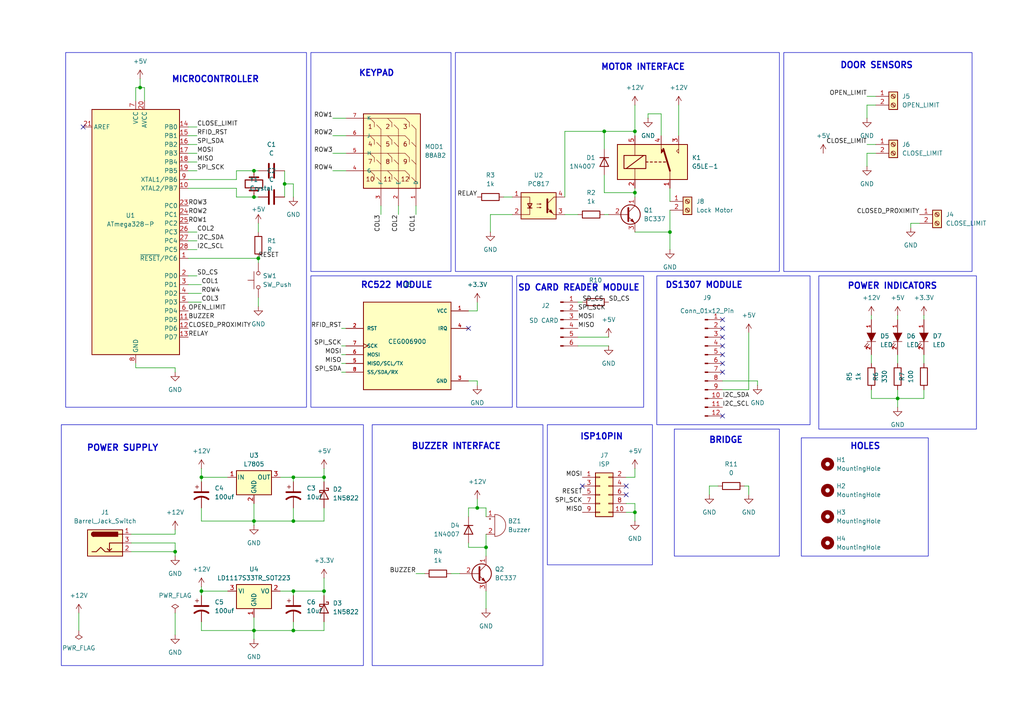
<source format=kicad_sch>
(kicad_sch (version 20231120) (generator "eeschema") (generator_version "8.0")
  (paper "A4")
  (title_block (title "Lock Board") (date "2024-10-06") (rev "v1.0") (company "Designed by Eng. Ahmed M. Abdelraheem"))
  (junction (at 175.26 38.1))
  (junction (at 140.97 158.75))
  (junction (at 73.66 182.88))
  (junction (at 138.43 147.32))
  (junction (at 58.42 138.43))
  (junction (at 74.93 74.93))
  (junction (at 73.66 151.13))
  (junction (at 73.66 57.15))
  (junction (at 260.35 115.57))
  (junction (at 50.8 160.02))
  (junction (at 184.15 55.88))
  (junction (at 184.15 38.1))
  (junction (at 184.15 148.59))
  (junction (at 93.98 171.45))
  (junction (at 85.09 182.88))
  (junction (at 85.09 138.43))
  (junction (at 85.09 171.45))
  (junction (at 73.66 49.53))
  (junction (at 40.64 25.4))
  (junction (at 93.98 138.43))
  (junction (at 194.31 67.31))
  (junction (at 82.55 53.34))
  (junction (at 58.42 171.45))
  (junction (at 85.09 151.13))
  (no_connect (at 209.55 105.41))
  (no_connect (at 209.55 100.33))
  (no_connect (at 168.91 140.97))
  (no_connect (at 181.61 140.97))
  (no_connect (at 209.55 102.87))
  (no_connect (at 24.13 36.83))
  (no_connect (at 209.55 107.95))
  (no_connect (at 181.61 143.51))
  (no_connect (at 209.55 120.65))
  (no_connect (at 209.55 92.71))
  (no_connect (at 209.55 95.25))
  (no_connect (at 209.55 97.79))
  (no_connect (at 135.89 95.25))
  (wire (pts (xy 85.09 182.88) (xy 93.98 182.88)))
  (wire (pts (xy 260.35 102.87) (xy 260.35 105.41)))
  (wire (pts (xy 73.66 49.53) (xy 74.93 49.53)))
  (wire (pts (xy 167.64 97.79) (xy 176.53 97.79)))
  (wire (pts (xy 191.77 33.02) (xy 187.96 33.02)))
  (wire (pts (xy 85.09 171.45) (xy 85.09 172.72)))
  (wire (pts (xy 217.17 96.52) (xy 217.17 113.03)))
  (wire (pts (xy 93.98 138.43) (xy 93.98 135.89)))
  (wire (pts (xy 85.09 182.88) (xy 73.66 182.88)))
  (wire (pts (xy 252.73 113.03) (xy 252.73 115.57)))
  (wire (pts (xy 135.89 90.17) (xy 138.43 90.17)))
  (wire (pts (xy 57.15 67.31) (xy 54.61 67.31)))
  (wire (pts (xy 184.15 67.31) (xy 194.31 67.31)))
  (wire (pts (xy 260.35 91.44) (xy 260.35 92.71)))
  (wire (pts (xy 163.83 62.23) (xy 167.64 62.23)))
  (wire (pts (xy 252.73 91.44) (xy 252.73 92.71)))
  (wire (pts (xy 58.42 151.13) (xy 58.42 147.32)))
  (wire (pts (xy 74.93 86.36) (xy 74.93 88.9)))
  (wire (pts (xy 138.43 90.17) (xy 138.43 87.63)))
  (wire (pts (xy 68.58 57.15) (xy 73.66 57.15)))
  (wire (pts (xy 251.46 44.45) (xy 251.46 48.26)))
  (wire (pts (xy 58.42 138.43) (xy 58.42 139.7)))
  (wire (pts (xy 57.15 80.01) (xy 54.61 80.01)))
  (wire (pts (xy 267.97 115.57) (xy 267.97 113.03)))
  (wire (pts (xy 81.28 171.45) (xy 85.09 171.45)))
  (wire (pts (xy 93.98 151.13) (xy 93.98 147.32)))
  (wire (pts (xy 68.58 54.61) (xy 68.58 57.15)))
  (wire (pts (xy 196.85 30.48) (xy 196.85 39.37)))
  (wire (pts (xy 191.77 33.02) (xy 191.77 39.37)))
  (wire (pts (xy 175.26 38.1) (xy 184.15 38.1)))
  (wire (pts (xy 50.8 157.48) (xy 50.8 160.02)))
  (wire (pts (xy 57.15 46.99) (xy 54.61 46.99)))
  (wire (pts (xy 96.52 39.37) (xy 100.33 39.37)))
  (wire (pts (xy 184.15 55.88) (xy 184.15 57.15)))
  (wire (pts (xy 266.7 64.77) (xy 264.16 64.77)))
  (wire (pts (xy 54.61 54.61) (xy 68.58 54.61)))
  (wire (pts (xy 57.15 69.85) (xy 54.61 69.85)))
  (wire (pts (xy 39.37 106.68) (xy 50.8 106.68)))
  (wire (pts (xy 58.42 138.43) (xy 66.04 138.43)))
  (wire (pts (xy 38.1 157.48) (xy 50.8 157.48)))
  (wire (pts (xy 215.9 140.97) (xy 217.17 140.97)))
  (wire (pts (xy 115.57 62.23) (xy 115.57 59.69)))
  (wire (pts (xy 135.89 147.32) (xy 138.43 147.32)))
  (wire (pts (xy 142.24 62.23) (xy 148.59 62.23)))
  (wire (pts (xy 73.66 151.13) (xy 85.09 151.13)))
  (wire (pts (xy 57.15 39.37) (xy 54.61 39.37)))
  (wire (pts (xy 251.46 27.94) (xy 254 27.94)))
  (wire (pts (xy 85.09 171.45) (xy 93.98 171.45)))
  (wire (pts (xy 85.09 151.13) (xy 93.98 151.13)))
  (wire (pts (xy 138.43 147.32) (xy 140.97 147.32)))
  (wire (pts (xy 93.98 180.34) (xy 93.98 182.88)))
  (wire (pts (xy 194.31 60.96) (xy 194.31 67.31)))
  (wire (pts (xy 100.33 102.87) (xy 99.06 102.87)))
  (wire (pts (xy 254 30.48) (xy 251.46 30.48)))
  (wire (pts (xy 57.15 41.91) (xy 54.61 41.91)))
  (wire (pts (xy 85.09 53.34) (xy 82.55 53.34)))
  (wire (pts (xy 264.16 64.77) (xy 264.16 66.04)))
  (wire (pts (xy 140.97 158.75) (xy 140.97 161.29)))
  (wire (pts (xy 120.65 62.23) (xy 120.65 59.69)))
  (wire (pts (xy 184.15 138.43) (xy 184.15 135.89)))
  (wire (pts (xy 58.42 151.13) (xy 73.66 151.13)))
  (wire (pts (xy 96.52 49.53) (xy 100.33 49.53)))
  (wire (pts (xy 54.61 82.55) (xy 58.42 82.55)))
  (wire (pts (xy 93.98 138.43) (xy 93.98 139.7)))
  (wire (pts (xy 96.52 34.29) (xy 100.33 34.29)))
  (wire (pts (xy 187.96 33.02) (xy 187.96 34.29)))
  (wire (pts (xy 110.49 62.23) (xy 110.49 59.69)))
  (wire (pts (xy 100.33 100.33) (xy 99.06 100.33)))
  (wire (pts (xy 175.26 43.18) (xy 175.26 38.1)))
  (wire (pts (xy 73.66 182.88) (xy 73.66 185.42)))
  (wire (pts (xy 38.1 154.94) (xy 50.8 154.94)))
  (wire (pts (xy 175.26 50.8) (xy 175.26 55.88)))
  (wire (pts (xy 54.61 52.07) (xy 68.58 52.07)))
  (wire (pts (xy 252.73 115.57) (xy 260.35 115.57)))
  (wire (pts (xy 74.93 74.93) (xy 74.93 76.2)))
  (wire (pts (xy 251.46 41.91) (xy 254 41.91)))
  (wire (pts (xy 50.8 177.8) (xy 50.8 184.15)))
  (wire (pts (xy 22.86 177.8) (xy 22.86 182.88)))
  (wire (pts (xy 54.61 85.09) (xy 58.42 85.09)))
  (wire (pts (xy 254 44.45) (xy 251.46 44.45)))
  (wire (pts (xy 50.8 154.94) (xy 50.8 153.67)))
  (wire (pts (xy 181.61 146.05) (xy 184.15 146.05)))
  (wire (pts (xy 40.64 22.86) (xy 40.64 25.4)))
  (wire (pts (xy 100.33 107.95) (xy 99.06 107.95)))
  (wire (pts (xy 85.09 138.43) (xy 85.09 139.7)))
  (wire (pts (xy 267.97 91.44) (xy 267.97 92.71)))
  (wire (pts (xy 184.15 30.48) (xy 184.15 38.1)))
  (wire (pts (xy 260.35 115.57) (xy 267.97 115.57)))
  (wire (pts (xy 135.89 157.48) (xy 135.89 158.75)))
  (wire (pts (xy 163.83 57.15) (xy 163.83 38.1)))
  (wire (pts (xy 85.09 180.34) (xy 85.09 182.88)))
  (wire (pts (xy 120.65 166.37) (xy 123.19 166.37)))
  (wire (pts (xy 58.42 180.34) (xy 58.42 182.88)))
  (wire (pts (xy 181.61 138.43) (xy 184.15 138.43)))
  (wire (pts (xy 38.1 160.02) (xy 50.8 160.02)))
  (wire (pts (xy 73.66 182.88) (xy 73.66 179.07)))
  (wire (pts (xy 73.66 152.4) (xy 73.66 151.13)))
  (wire (pts (xy 184.15 54.61) (xy 184.15 55.88)))
  (wire (pts (xy 66.04 171.45) (xy 58.42 171.45)))
  (wire (pts (xy 184.15 148.59) (xy 181.61 148.59)))
  (wire (pts (xy 167.64 100.33) (xy 176.53 100.33)))
  (wire (pts (xy 39.37 25.4) (xy 40.64 25.4)))
  (wire (pts (xy 140.97 171.45) (xy 140.97 176.53)))
  (wire (pts (xy 251.46 30.48) (xy 251.46 34.29)))
  (wire (pts (xy 58.42 170.18) (xy 58.42 171.45)))
  (wire (pts (xy 54.61 87.63) (xy 58.42 87.63)))
  (wire (pts (xy 68.58 52.07) (xy 68.58 49.53)))
  (wire (pts (xy 100.33 95.25) (xy 99.06 95.25)))
  (wire (pts (xy 57.15 44.45) (xy 54.61 44.45)))
  (wire (pts (xy 58.42 138.43) (xy 58.42 135.89)))
  (wire (pts (xy 217.17 140.97) (xy 217.17 143.51)))
  (wire (pts (xy 219.71 110.49) (xy 219.71 111.76)))
  (wire (pts (xy 82.55 49.53) (xy 82.55 53.34)))
  (wire (pts (xy 50.8 106.68) (xy 50.8 107.95)))
  (wire (pts (xy 74.93 64.77) (xy 74.93 67.31)))
  (wire (pts (xy 260.35 115.57) (xy 260.35 118.11)))
  (wire (pts (xy 260.35 113.03) (xy 260.35 115.57)))
  (wire (pts (xy 93.98 167.64) (xy 93.98 171.45)))
  (wire (pts (xy 175.26 55.88) (xy 184.15 55.88)))
  (wire (pts (xy 135.89 149.86) (xy 135.89 147.32)))
  (wire (pts (xy 135.89 110.49) (xy 138.43 110.49)))
  (wire (pts (xy 267.97 102.87) (xy 267.97 105.41)))
  (wire (pts (xy 138.43 144.78) (xy 138.43 147.32)))
  (wire (pts (xy 85.09 138.43) (xy 93.98 138.43)))
  (wire (pts (xy 39.37 29.21) (xy 39.37 25.4)))
  (wire (pts (xy 68.58 49.53) (xy 73.66 49.53)))
  (wire (pts (xy 58.42 171.45) (xy 58.42 172.72)))
  (wire (pts (xy 73.66 57.15) (xy 74.93 57.15)))
  (wire (pts (xy 184.15 148.59) (xy 184.15 151.13)))
  (wire (pts (xy 57.15 72.39) (xy 54.61 72.39)))
  (wire (pts (xy 85.09 57.15) (xy 85.09 53.34)))
  (wire (pts (xy 205.74 143.51) (xy 205.74 140.97)))
  (wire (pts (xy 205.74 140.97) (xy 208.28 140.97)))
  (wire (pts (xy 163.83 38.1) (xy 175.26 38.1)))
  (wire (pts (xy 130.81 166.37) (xy 133.35 166.37)))
  (wire (pts (xy 252.73 102.87) (xy 252.73 105.41)))
  (wire (pts (xy 85.09 151.13) (xy 85.09 147.32)))
  (wire (pts (xy 100.33 105.41) (xy 99.06 105.41)))
  (wire (pts (xy 175.26 62.23) (xy 176.53 62.23)))
  (wire (pts (xy 209.55 110.49) (xy 219.71 110.49)))
  (wire (pts (xy 140.97 147.32) (xy 140.97 149.86)))
  (wire (pts (xy 50.8 160.02) (xy 50.8 161.29)))
  (wire (pts (xy 58.42 182.88) (xy 73.66 182.88)))
  (wire (pts (xy 57.15 36.83) (xy 54.61 36.83)))
  (wire (pts (xy 39.37 105.41) (xy 39.37 106.68)))
  (wire (pts (xy 40.64 25.4) (xy 41.91 25.4)))
  (wire (pts (xy 93.98 172.72) (xy 93.98 171.45)))
  (wire (pts (xy 96.52 44.45) (xy 100.33 44.45)))
  (wire (pts (xy 73.66 146.05) (xy 73.66 151.13)))
  (wire (pts (xy 142.24 67.31) (xy 142.24 62.23)))
  (wire (pts (xy 146.05 57.15) (xy 148.59 57.15)))
  (wire (pts (xy 184.15 146.05) (xy 184.15 148.59)))
  (wire (pts (xy 184.15 38.1) (xy 184.15 39.37)))
  (wire (pts (xy 54.61 74.93) (xy 74.93 74.93)))
  (wire (pts (xy 81.28 138.43) (xy 85.09 138.43)))
  (wire (pts (xy 138.43 110.49) (xy 138.43 111.76)))
  (wire (pts (xy 209.55 113.03) (xy 217.17 113.03)))
  (wire (pts (xy 140.97 154.94) (xy 140.97 158.75)))
  (wire (pts (xy 194.31 67.31) (xy 194.31 72.39)))
  (wire (pts (xy 194.31 54.61) (xy 194.31 58.42)))
  (wire (pts (xy 82.55 53.34) (xy 82.55 57.15)))
  (wire (pts (xy 41.91 29.21) (xy 41.91 25.4)))
  (wire (pts (xy 57.15 49.53) (xy 54.61 49.53)))
  (wire (pts (xy 168.91 87.63) (xy 167.64 87.63)))
  (wire (pts (xy 135.89 158.75) (xy 140.97 158.75)))
  (rectangle (start 19.05 15.24) (end 88.9 118.11))
  (rectangle (start 17.78 123.19) (end 105.41 193.04))
  (rectangle (start 232.41 127) (end 269.24 161.29))
  (rectangle (start 107.95 123.19) (end 157.48 193.04))
  (rectangle (start 132.08 15.24) (end 226.06 78.74))
  (rectangle (start 237.49 80.01) (end 283.21 124.46))
  (rectangle (start 158.75 123.19) (end 189.23 163.83))
  (rectangle (start 190.5 80.01) (end 234.95 123.19))
  (rectangle (start 227.33 15.24) (end 281.94 78.74))
  (rectangle (start 90.17 80.01) (end 148.59 118.11))
  (rectangle (start 149.86 80.01) (end 186.69 118.11))
  (rectangle (start 90.17 15.24) (end 130.81 78.74))
  (rectangle (start 195.58 124.46) (end 226.06 161.29))
  (text "MOTOR INTERFACE \n" (at 187.198 19.558 0) (effects (font (size 1.778 1.778) (thickness 0.3556) (bold yes))))
  (text "HOLES\n" (at 250.952 129.54 0) (effects (font (size 1.778 1.778) (thickness 0.3556) (bold yes))))
  (text "BRIDGE" (at 210.566 127.762 0) (effects (font (size 1.778 1.778) (thickness 0.3556) (bold yes))))
  (text "POWER SUPPLY\n" (at 35.56 130.048 0) (effects (font (size 1.778 1.778) (thickness 0.3556) (bold yes))))
  (text "POWER INDICATORS" (at 258.826 83.058 0) (effects (font (size 1.778 1.778) (thickness 0.3556) (bold yes))))
  (text "ISP10PIN\n" (at 174.498 126.746 0) (effects (font (size 1.778 1.778) (thickness 0.3556) (bold yes))))
  (text "BUZZER INTERFACE\n" (at 132.334 129.54 0) (effects (font (size 1.778 1.778) (thickness 0.3556) (bold yes))))
  (text "DOOR SENSORS\n" (at 254.254 19.05 0) (effects (font (size 1.778 1.778) (thickness 0.3556) (bold yes))))
  (text "SD CARD READER MODULE" (at 167.894 83.566 0) (effects (font (size 1.778 1.778) (thickness 0.3556) (bold yes))))
  (text "RC522 MODULE" (at 115.062 82.804 0) (effects (font (size 1.778 1.778) (thickness 0.3556) (bold yes))))
  (text "DS1307 MODULE" (at 204.216 82.804 0) (effects (font (size 1.778 1.778) (thickness 0.3556) (bold yes))))
  (text "MICROCONTROLLER\n" (at 62.484 23.114 0) (effects (font (size 1.778 1.778) (thickness 0.3556) (bold yes))))
  (text "KEYPAD\n" (at 109.22 21.336 0) (effects (font (size 1.778 1.778) (thickness 0.3556) (bold yes))))
  (label "COL3" (at 110.49 62.23 270))
  (label "OPEN_LIMIT" (at 54.61 90.17 0))
  (label "I2C_SDA" (at 209.55 115.57 0))
  (label "SPI_SCK" (at 57.15 49.53 0))
  (label "COL1" (at 120.65 62.23 270))
  (label "COL3" (at 58.42 87.63 0))
  (label "BUZZER" (at 120.65 166.37 180))
  (label "SPI_SCK" (at 168.91 146.05 180))
  (label "RFID_RST" (at 99.06 95.25 180))
  (label "MISO" (at 57.15 46.99 0))
  (label "BUZZER" (at 54.61 92.71 0))
  (label "MOSI" (at 168.91 138.43 180))
  (label "I2C_SCL" (at 57.15 72.39 0))
  (label "SPI_SCK" (at 99.06 100.33 180))
  (label "COL2" (at 115.57 62.23 270))
  (label "MOSI" (at 57.15 44.45 0))
  (label "CLOSED_PROXIMITY" (at 266.7 62.23 180))
  (label "SPI_SDA" (at 57.15 41.91 0))
  (label "COL2" (at 57.15 67.31 0))
  (label "I2C_SDA" (at 57.15 69.85 0))
  (label "COL1" (at 58.42 82.55 0))
  (label "RELAY" (at 138.43 57.15 180))
  (label "ROW2" (at 54.61 62.23 0))
  (label "MISO" (at 168.91 148.59 180))
  (label "CLOSE_LIMIT" (at 57.15 36.83 0) (effects (font (thickness 0.1588))))
  (label "SD_CS" (at 168.91 87.63 0))
  (label "ROW4" (at 58.42 85.09 0))
  (label "MOSI" (at 99.06 102.87 180))
  (label "MOSI" (at 167.64 92.71 0))
  (label "RFID_RST" (at 57.15 39.37 0))
  (label "SPI_SCK" (at 167.64 90.17 0))
  (label "ROW3" (at 96.52 44.45 180))
  (label "RESET" (at 74.93 74.93 0))
  (label "ROW4" (at 96.52 49.53 180))
  (label "MISO" (at 99.06 105.41 180))
  (label "I2C_SCL" (at 209.55 118.11 0))
  (label "CLOSE_LIMIT" (at 251.46 41.91 180) (effects (font (thickness 0.1588))))
  (label "SPI_SDA" (at 99.06 107.95 180))
  (label "ROW2" (at 96.52 39.37 180))
  (label "ROW1" (at 96.52 34.29 180))
  (label "CLOSED_PROXIMITY" (at 54.61 95.25 0))
  (label "RELAY" (at 54.61 97.79 0))
  (label "ROW1" (at 54.61 64.77 0))
  (label "SD_CS" (at 176.53 87.63 0))
  (label "ROW3" (at 54.61 59.69 0))
  (label "MISO" (at 167.64 95.25 0))
  (label "RESET" (at 168.91 143.51 180))
  (label "OPEN_LIMIT" (at 251.46 27.94 180))
  (label "SD_CS" (at 57.15 80.01 0))
  (symbol (lib_id "power:GND") (at 219.71 111.76 0) (unit 1)
    (property "Reference" "#PWR021" (effects (hide yes)))
    (property "Value" "GND" (at 219.71 116.84 0))
    (property "Description" "Power symbol creates a global label with name \"GND\" , ground" (effects (hide yes)))
  )
  (symbol (lib_id "Diode:1N4007") (at 135.89 153.67 90) (mirror x) (unit 1)
    (property "Reference" "D4" (at 133.35 152.3999 90) (effects (justify left)))
    (property "Value" "1N4007" (at 133.35 154.9399 90) (effects (justify left)))
    (property "Footprint" "Diode_THT:D_DO-41_SOD81_P10.16mm_Horizontal" (effects (hide yes)))
    (property "Datasheet" "http://www.vishay.com/docs/88503/1n4001.pdf" (effects (hide yes)))
    (property "Description" "1000V 1A General Purpose Rectifier Diode, DO-41" (effects (hide yes)))
    (property "Sim.Device" "D" (effects (hide yes)))
    (property "Sim.Pins" "1=K 2=A" (effects (hide yes)))
  )
  (symbol (lib_id "Diode:1N5822") (at 93.98 143.51 270) (unit 1)
    (property "Reference" "D2" (at 96.52 141.9224 90) (effects (justify left)))
    (property "Value" "1N5822" (at 96.52 144.4624 90) (effects (justify left)))
    (property "Footprint" "Diode_THT:D_DO-201AD_P15.24mm_Horizontal" (effects (hide yes)))
    (property "Datasheet" "http://www.vishay.com/docs/88526/1n5820.pdf" (effects (hide yes)))
    (property "Description" "40V 3A Schottky Barrier Rectifier Diode, DO-201AD" (effects (hide yes)))
  )
  (symbol (lib_id "Device:R") (at 142.24 57.15 90) (unit 1)
    (property "Reference" "R3" (at 142.24 50.8 90))
    (property "Value" "1k" (at 142.24 53.34 90))
    (property "Footprint" "Resistor_THT:R_Axial_DIN0207_L6.3mm_D2.5mm_P7.62mm_Horizontal" (effects (hide yes)))
    (property "Description" "Resistor" (effects (hide yes)))
  )
  (symbol (lib_id "Connector:Screw_Terminal_01x02") (at 259.08 41.91 0) (unit 1)
    (property "Reference" "J6" (at 261.62 41.9099 0) (effects (justify left)))
    (property "Value" "CLOSE_LIMIT" (at 261.62 44.4499 0) (effects (justify left)))
    (property "Footprint" "TerminalBlock_Phoenix:TerminalBlock_Phoenix_MKDS-1,5-2_1x02_P5.00mm_Horizontal" (effects (hide yes)))
    (property "Description" "Generic screw terminal, single row, 01x02, script generated (kicad-library-utils/schlib/autogen/connector/)" (effects (hide yes)))
  )
  (symbol (lib_id "power:+3.3V") (at 267.97 91.44 0) (unit 1)
    (property "Reference" "#PWR039" (effects (hide yes)))
    (property "Value" "+3.3V" (at 267.97 86.36 0))
    (property "Description" "Power symbol creates a global label with name \"+3.3V\"" (effects (hide yes)))
  )
  (symbol (lib_id "power:+5V") (at 40.64 22.86 0) (unit 1)
    (property "Reference" "#PWR05" (effects (hide yes)))
    (property "Value" "+5V" (at 40.64 17.78 0))
    (property "Description" "Power symbol creates a global label with name \"+5V\"" (effects (hide yes)))
  )
  (symbol (lib_id "Device:C") (at 78.74 57.15 90) (unit 1)
    (property "Reference" "C2" (at 78.74 49.53 90))
    (property "Value" "C" (at 78.74 52.07 90))
    (property "Footprint" "Capacitor_THT:C_Disc_D4.3mm_W1.9mm_P5.00mm" (effects (hide yes)))
    (property "Description" "Unpolarized capacitor" (effects (hide yes)))
  )
  (symbol (lib_id "power:+3.3V") (at 93.98 167.64 0) (unit 1)
    (property "Reference" "#PWR017" (effects (hide yes)))
    (property "Value" "+3.3V" (at 93.98 162.56 0))
    (property "Description" "Power symbol creates a global label with name \"+3.3V\"" (effects (hide yes)))
  )
  (symbol (lib_id "Diode:1N5822") (at 93.98 176.53 270) (unit 1)
    (property "Reference" "D3" (at 96.52 174.9424 90) (effects (justify left)))
    (property "Value" "1N5822" (at 96.52 177.4824 90) (effects (justify left)))
    (property "Footprint" "Diode_THT:D_DO-201AD_P15.24mm_Horizontal" (effects (hide yes)))
    (property "Datasheet" "http://www.vishay.com/docs/88526/1n5820.pdf" (effects (hide yes)))
    (property "Description" "40V 3A Schottky Barrier Rectifier Diode, DO-201AD" (effects (hide yes)))
  )
  (symbol (lib_id "Device:C_Polarized_US") (at 85.09 176.53 0) (unit 1)
    (property "Reference" "C6" (at 88.9 174.6249 0) (effects (justify left)))
    (property "Value" "10uf" (at 88.9 177.1649 0) (effects (justify left)))
    (property "Footprint" "Capacitor_THT:CP_Radial_D5.0mm_P2.50mm" (effects (hide yes)))
    (property "Description" "Polarized capacitor, US symbol" (effects (hide yes)))
  )
  (symbol (lib_id "power:+12V") (at 50.8 153.67 0) (unit 1)
    (property "Reference" "#PWR08" (effects (hide yes)))
    (property "Value" "+12V" (at 50.8 148.59 0))
    (property "Description" "Power symbol creates a global label with name \"+12V\"" (effects (hide yes)))
  )
  (symbol (lib_id "Connector:Conn_01x06_Pin") (at 162.56 92.71 0) (unit 1)
    (property "Reference" "J2" (at 158.242 88.646 0))
    (property "Value" "SD CARD" (at 157.734 92.964 0))
    (property "Footprint" "Charleslabs_Parts:SD_Card_Module" (effects (hide yes)))
    (property "Description" "Generic connector, single row, 01x06, script generated" (effects (hide yes)))
  )
  (symbol (lib_id "Device:R") (at 172.72 87.63 90) (unit 1)
    (property "Reference" "R10" (at 172.72 81.28 90))
    (property "Value" "0" (at 172.72 83.82 90))
    (property "Footprint" "Resistor_THT:R_Axial_DIN0207_L6.3mm_D2.5mm_P7.62mm_Horizontal" (effects (hide yes)))
    (property "Description" "Resistor" (effects (hide yes)))
  )
  (symbol (lib_id "Connector:Conn_01x12_Pin") (at 204.47 105.41 0) (unit 1)
    (property "Reference" "J9" (at 205.105 86.36 0))
    (property "Value" "Conn_01x12_Pin" (at 205.105 90.17 0))
    (property "Footprint" "CrumpPrints.pretty-master:Tiny_RTC_DS1307" (effects (hide yes)))
    (property "Description" "Generic connector, single row, 01x12, script generated" (effects (hide yes)))
  )
  (symbol (lib_id "power:+5V") (at 184.15 135.89 0) (unit 1)
    (property "Reference" "#PWR035" (effects (hide yes)))
    (property "Value" "+5V" (at 184.15 130.81 0))
    (property "Description" "Power symbol creates a global label with name \"+5V\"" (effects (hide yes)))
  )
  (symbol (lib_id "Relay:G5LE-1") (at 189.23 46.99 0) (unit 1)
    (property "Reference" "K1" (at 200.66 45.7199 0) (effects (justify left)))
    (property "Value" "G5LE-1" (at 200.66 48.2599 0) (effects (justify left)))
    (property "Footprint" "Relay_THT:Relay_SPDT_Omron-G5LE-1" (effects (hide yes)))
    (property "Datasheet" "http://www.omron.com/ecb/products/pdf/en-g5le.pdf" (effects (hide yes)))
    (property "Description" "Omron G5LE relay, Miniature Single Pole, SPDT, 10A" (effects (hide yes)))
  )
  (symbol (lib_id "power:GND") (at 184.15 151.13 0) (unit 1)
    (property "Reference" "#PWR034" (effects (hide yes)))
    (property "Value" "GND" (at 184.15 156.21 0))
    (property "Description" "Power symbol creates a global label with name \"GND\" , ground" (effects (hide yes)))
  )
  (symbol (lib_id "Mechanical:MountingHole") (at 240.03 142.24 0) (unit 1) (exclude_from_sim yes) (in_bom no)
    (property "Reference" "H2" (at 242.57 140.9699 0) (effects (justify left)))
    (property "Value" "MountingHole" (at 242.57 143.5099 0) (effects (justify left)))
    (property "Footprint" "MountingHole:MountingHole_4.3mm_M4_ISO14580" (effects (hide yes)))
    (property "Description" "Mounting Hole without connection" (effects (hide yes)))
  )
  (symbol (lib_id "power:GND") (at 140.97 176.53 0) (unit 1)
    (property "Reference" "#PWR026" (effects (hide yes)))
    (property "Value" "GND" (at 140.97 181.61 0))
    (property "Description" "Power symbol creates a global label with name \"GND\" , ground" (effects (hide yes)))
  )
  (symbol (lib_id "power:+12V") (at 184.15 30.48 0) (unit 1)
    (property "Reference" "#PWR06" (effects (hide yes)))
    (property "Value" "+12V" (at 184.15 25.4 0))
    (property "Description" "Power symbol creates a global label with name \"+12V\"" (effects (hide yes)))
  )
  (symbol (lib_id "power:GND") (at 138.43 111.76 0) (unit 1)
    (property "Reference" "#PWR020" (effects (hide yes)))
    (property "Value" "GND" (at 138.43 116.84 0))
    (property "Description" "Power symbol creates a global label with name \"GND\" , ground" (effects (hide yes)))
  )
  (symbol (lib_id "Connector:Screw_Terminal_01x02") (at 199.39 58.42 0) (unit 1)
    (property "Reference" "J8" (at 201.93 58.4199 0) (effects (justify left)))
    (property "Value" "Lock Motor" (at 201.93 60.9599 0) (effects (justify left)))
    (property "Footprint" "TerminalBlock_Phoenix:TerminalBlock_Phoenix_MKDS-1,5-2_1x02_P5.00mm_Horizontal" (effects (hide yes)))
    (property "Description" "Generic screw terminal, single row, 01x02, script generated (kicad-library-utils/schlib/autogen/connector/)" (effects (hide yes)))
  )
  (symbol (lib_id "power:GND") (at 50.8 161.29 0) (unit 1)
    (property "Reference" "#PWR012" (effects (hide yes)))
    (property "Value" "GND" (at 50.8 166.37 0))
    (property "Description" "Power symbol creates a global label with name \"GND\" , ground" (effects (hide yes)))
  )
  (symbol (lib_id "power:PWR_FLAG") (at 50.8 177.8 0) (unit 1)
    (property "Reference" "#FLG04" (effects (hide yes)))
    (property "Value" "PWR_FLAG" (at 50.8 172.72 0))
    (property "Description" "Special symbol for telling ERC where power comes from" (effects (hide yes)))
  )
  (symbol (lib_id "power:+12V") (at 252.73 91.44 0) (unit 1)
    (property "Reference" "#PWR038" (effects (hide yes)))
    (property "Value" "+12V" (at 252.73 86.36 0))
    (property "Description" "Power symbol creates a global label with name \"+12V\"" (effects (hide yes)))
  )
  (symbol (lib_id "power:GND") (at 73.66 152.4 0) (unit 1)
    (property "Reference" "#PWR015" (effects (hide yes)))
    (property "Value" "GND" (at 73.66 157.48 0))
    (property "Description" "Power symbol creates a global label with name \"GND\" , ground" (effects (hide yes)))
  )
  (symbol (lib_id "tinkerforge:Conn_02x05") (at 173.99 143.51 0) (unit 1)
    (property "Reference" "J7" (at 175.26 132.08 0))
    (property "Value" "ISP" (at 175.26 134.62 0))
    (property "Footprint" "Connector_IDC:IDC-Header_2x05_P2.54mm_Vertical" (effects (hide yes)))
    (property "Description" "Generic connector, double row, 02x05, odd/even pin numbering scheme (row 1 odd numbers, row 2 even numbers)" (effects (hide yes)))
  )
  (symbol (lib_id "power:+12V") (at 138.43 144.78 0) (unit 1)
    (property "Reference" "#PWR025" (effects (hide yes)))
    (property "Value" "+12V" (at 138.43 139.7 0))
    (property "Description" "Power symbol creates a global label with name \"+12V\"" (effects (hide yes)))
  )
  (symbol (lib_id "tinkerforge:LED") (at 252.73 97.79 270) (unit 1)
    (property "Reference" "D5" (at 255.27 97.4724 90) (effects (justify left)))
    (property "Value" "LED" (at 255.27 100.0124 90) (effects (justify left)))
    (property "Footprint" "LED_THT:LED_D3.0mm" (effects (hide yes)))
  )
  (symbol (lib_id "power:GND") (at 50.8 107.95 0) (unit 1)
    (property "Reference" "#PWR04" (effects (hide yes)))
    (property "Value" "GND" (at 50.8 113.03 0))
    (property "Description" "Power symbol creates a global label with name \"GND\" , ground" (effects (hide yes)))
  )
  (symbol (lib_id "power:GND") (at 176.53 100.33 0) (unit 1)
    (property "Reference" "#PWR024" (effects (hide yes)))
    (property "Value" "GND" (at 176.53 105.41 0))
    (property "Description" "Power symbol creates a global label with name \"GND\" , ground" (effects (hide yes)))
  )
  (symbol (lib_id "Keypad3*4:88AB2") (at 113.03 44.45 0) (unit 1)
    (property "Reference" "MOD1" (at 123.19 42.5449 0) (effects (justify left)))
    (property "Value" "88AB2" (at 123.19 45.0849 0) (effects (justify left)))
    (property "Footprint" "Connector_JST:JST_XH_S7B-XH-A-1_1x07_P2.50mm_Horizontal" (effects (hide yes)))
    (property "MF" "Grayhill" (effects (hide yes)))
    (property "Description_1" "\n                        \n                            Keypad, 3 x 4 in., Blank | Grayhill 88AB2\n                        \n" (effects (hide yes)))
    (property "Package" "None" (effects (hide yes)))
    (property "Price" "None" (effects (hide yes)))
    (property "SnapEDA_Link" "https://www.snapeda.com/parts/88AB2/Grayhill/view-part/?ref=snap" (effects (hide yes)))
    (property "MP" "88AB2" (effects (hide yes)))
    (property "Availability" "In Stock" (effects (hide yes)))
    (property "Check_prices" "https://www.snapeda.com/parts/88AB2/Grayhill/view-part/?ref=eda" (effects (hide yes)))
  )
  (symbol (lib_id "tinkerforge:LED") (at 267.97 97.79 270) (unit 1)
    (property "Reference" "D7" (at 270.51 97.4724 90) (effects (justify left)))
    (property "Value" "LED" (at 270.51 100.0124 90) (effects (justify left)))
    (property "Footprint" "LED_THT:LED_D3.0mm" (effects (hide yes)))
  )
  (symbol (lib_id "Regulator_Linear:L7805") (at 73.66 138.43 0) (unit 1)
    (property "Reference" "U3" (at 73.66 132.08 0))
    (property "Value" "L7805" (at 73.66 134.62 0))
    (property "Footprint" "Package_TO_SOT_THT:TO-220-3_Vertical" (effects (hide yes)))
    (property "Datasheet" "http://www.st.com/content/ccc/resource/technical/document/datasheet/41/4f/b3/b0/12/d4/47/88/CD00000444.pdf/files/CD00000444.pdf/jcr:content/translations/en.CD00000444.pdf" (effects (hide yes)))
    (property "Description" "Positive 1.5A 35V Linear Regulator, Fixed Output 5V, TO-220/TO-263/TO-252" (effects (hide yes)))
  )
  (symbol (lib_id "Isolator:PC817") (at 156.21 59.69 0) (unit 1)
    (property "Reference" "U2" (at 156.21 50.8 0))
    (property "Value" "PC817" (at 156.21 53.34 0))
    (property "Footprint" "Package_DIP:DIP-4_W7.62mm" (effects (hide yes)))
    (property "Datasheet" "http://www.soselectronic.cz/a_info/resource/d/pc817.pdf" (effects (hide yes)))
    (property "Description" "DC Optocoupler, Vce 35V, CTR 50-300%, DIP-4" (effects (hide yes)))
  )
  (symbol (lib_id "power:GND") (at 194.31 72.39 0) (unit 1)
    (property "Reference" "#PWR09" (effects (hide yes)))
    (property "Value" "GND" (at 194.31 77.47 0))
    (property "Description" "Power symbol creates a global label with name \"GND\" , ground" (effects (hide yes)))
  )
  (symbol (lib_id "Device:R") (at 260.35 109.22 180) (unit 1)
    (property "Reference" "R6" (at 254 109.22 90))
    (property "Value" "330" (at 256.54 109.22 90))
    (property "Footprint" "Resistor_THT:R_Axial_DIN0207_L6.3mm_D2.5mm_P7.62mm_Horizontal" (effects (hide yes)))
    (property "Description" "Resistor" (effects (hide yes)))
  )
  (symbol (lib_id "power:GND") (at 50.8 184.15 0) (unit 1)
    (property "Reference" "#PWR028" (effects (hide yes)))
    (property "Value" "GND" (at 50.8 189.23 0))
    (property "Description" "Power symbol creates a global label with name \"GND\" , ground" (effects (hide yes)))
  )
  (symbol (lib_id "Device:C_Polarized_US") (at 85.09 143.51 0) (unit 1)
    (property "Reference" "C3" (at 88.9 141.6049 0) (effects (justify left)))
    (property "Value" "10uf" (at 88.9 144.1449 0) (effects (justify left)))
    (property "Footprint" "Capacitor_THT:CP_Radial_D5.0mm_P2.50mm" (effects (hide yes)))
    (property "Description" "Polarized capacitor, US symbol" (effects (hide yes)))
  )
  (symbol (lib_id "tinkerforge:LED") (at 260.35 97.79 270) (unit 1)
    (property "Reference" "D6" (at 262.89 97.4724 90) (effects (justify left)))
    (property "Value" "LED" (at 262.89 100.0124 90) (effects (justify left)))
    (property "Footprint" "LED_THT:LED_D3.0mm" (effects (hide yes)))
  )
  (symbol (lib_id "Switch:SW_Push") (at 74.93 81.28 90) (unit 1)
    (property "Reference" "SW1" (at 76.2 80.0099 90) (effects (justify right)))
    (property "Value" "SW_Push" (at 76.2 82.5499 90) (effects (justify right)))
    (property "Footprint" "Button_Switch_THT:SW_PUSH_6mm" (effects (hide yes)))
    (property "Description" "Push button switch, generic, two pins" (effects (hide yes)))
  )
  (symbol (lib_id "Device:C") (at 78.74 49.53 90) (unit 1)
    (property "Reference" "C1" (at 78.74 41.91 90))
    (property "Value" "C" (at 78.74 44.45 90))
    (property "Footprint" "Capacitor_THT:C_Disc_D4.3mm_W1.9mm_P5.00mm" (effects (hide yes)))
    (property "Description" "Unpolarized capacitor" (effects (hide yes)))
  )
  (symbol (lib_id "Connector:Screw_Terminal_01x02") (at 259.08 27.94 0) (unit 1)
    (property "Reference" "J5" (at 261.62 27.9399 0) (effects (justify left)))
    (property "Value" "OPEN_LIMIT" (at 261.62 30.4799 0) (effects (justify left)))
    (property "Footprint" "TerminalBlock_Phoenix:TerminalBlock_Phoenix_MKDS-1,5-2_1x02_P5.00mm_Horizontal" (effects (hide yes)))
    (property "Description" "Generic screw terminal, single row, 01x02, script generated (kicad-library-utils/schlib/autogen/connector/)" (effects (hide yes)))
  )
  (symbol (lib_id "Transistor_BJT:BC337") (at 181.61 62.23 0) (unit 1)
    (property "Reference" "Q1" (at 186.69 60.9599 0) (effects (justify left)))
    (property "Value" "BC337" (at 186.69 63.4999 0) (effects (justify left)))
    (property "Footprint" "Package_TO_SOT_THT:TO-92_Inline" (effects (hide yes)))
    (property "Datasheet" "https://diotec.com/tl_files/diotec/files/pdf/datasheets/bc337.pdf" (effects (hide yes)))
    (property "Description" "0.8A Ic, 45V Vce, NPN Transistor, TO-92" (effects (hide yes)))
  )
  (symbol (lib_id "Mechanical:MountingHole") (at 240.03 157.48 0) (unit 1) (exclude_from_sim yes) (in_bom no)
    (property "Reference" "H4" (at 242.57 156.2099 0) (effects (justify left)))
    (property "Value" "MountingHole" (at 242.57 158.7499 0) (effects (justify left)))
    (property "Footprint" "MountingHole:MountingHole_4.3mm_M4_ISO14580" (effects (hide yes)))
    (property "Description" "Mounting Hole without connection" (effects (hide yes)))
  )
  (symbol (lib_id "power:GND") (at 264.16 66.04 0) (unit 1)
    (property "Reference" "#PWR031" (effects (hide yes)))
    (property "Value" "GND" (at 264.16 71.12 0))
    (property "Description" "Power symbol creates a global label with name \"GND\" , ground" (effects (hide yes)))
  )
  (symbol (lib_id "Mechanical:MountingHole") (at 240.03 149.86 0) (unit 1) (exclude_from_sim yes) (in_bom no)
    (property "Reference" "H3" (at 242.57 148.5899 0) (effects (justify left)))
    (property "Value" "MountingHole" (at 242.57 151.1299 0) (effects (justify left)))
    (property "Footprint" "MountingHole:MountingHole_4.3mm_M4_ISO14580" (effects (hide yes)))
    (property "Description" "Mounting Hole without connection" (effects (hide yes)))
  )
  (symbol (lib_id "power:+5V") (at 74.93 64.77 0) (unit 1)
    (property "Reference" "#PWR02" (effects (hide yes)))
    (property "Value" "+5V" (at 74.93 60.706 0))
    (property "Description" "Power symbol creates a global label with name \"+5V\"" (effects (hide yes)))
  )
  (symbol (lib_id "power:+3.3V") (at 138.43 87.63 0) (unit 1)
    (property "Reference" "#PWR018" (effects (hide yes)))
    (property "Value" "+3.3V" (at 138.43 82.55 0))
    (property "Description" "Power symbol creates a global label with name \"+3.3V\"" (effects (hide yes)))
  )
  (symbol (lib_id "power:GND") (at 73.66 185.42 0) (unit 1)
    (property "Reference" "#PWR019" (effects (hide yes)))
    (property "Value" "GND" (at 73.66 190.5 0))
    (property "Description" "Power symbol creates a global label with name \"GND\" , ground" (effects (hide yes)))
  )
  (symbol (lib_id "power:+12V") (at 58.42 170.18 0) (unit 1)
    (property "Reference" "#PWR016" (effects (hide yes)))
    (property "Value" "+12V" (at 58.42 165.1 0))
    (property "Description" "Power symbol creates a global label with name \"+12V\"" (effects (hide yes)))
  )
  (symbol (lib_id "power:+12V") (at 58.42 135.89 0) (unit 1)
    (property "Reference" "#PWR013" (effects (hide yes)))
    (property "Value" "+12V" (at 58.42 130.81 0))
    (property "Description" "Power symbol creates a global label with name \"+12V\"" (effects (hide yes)))
  )
  (symbol (lib_id "CEG006900:CEG006900") (at 118.11 100.33 0) (unit 1)
    (property "Reference" "U5" (at 118.11 82.55 0))
    (property "Value" "CEG006900" (at 118.11 99.06 0))
    (property "Footprint" "Connector_JST:JST_XH_S8B-XH-A-1_1x08_P2.50mm_Horizontal" (effects (hide yes)))
    (property "MF" "YKS" (effects (hide yes)))
    (property "Description_1" "\n                        \n                            RFID RC522 Reader IC Card Module Tags SPI Interface Read and Write\n                        \n" (effects (hide yes)))
    (property "Package" "None" (effects (hide yes)))
    (property "Price" "None" (effects (hide yes)))
    (property "Check_prices" "https://www.snapeda.com/parts/CEG006900/YKS/view-part/?ref=eda" (effects (hide yes)))
    (property "STANDARD" "IPC 7351B" (effects (hide yes)))
    (property "PARTREV" "12 June 2019" (effects (hide yes)))
    (property "SnapEDA_Link" "https://www.snapeda.com/parts/CEG006900/YKS/view-part/?ref=snap" (effects (hide yes)))
    (property "MP" "CEG006900" (effects (hide yes)))
    (property "Availability" "Not in stock" (effects (hide yes)))
    (property "MANUFACTURER" "YKS" (effects (hide yes)))
  )
  (symbol (lib_id "power:GND") (at 142.24 67.31 0) (unit 1)
    (property "Reference" "#PWR010" (effects (hide yes)))
    (property "Value" "GND" (at 142.24 72.39 0))
    (property "Description" "Power symbol creates a global label with name \"GND\" , ground" (effects (hide yes)))
  )
  (symbol (lib_id "Connector:Barrel_Jack_Switch") (at 30.48 157.48 0) (unit 1)
    (property "Reference" "J1" (at 30.48 148.59 0))
    (property "Value" "Barrel_Jack_Switch" (at 30.48 151.13 0))
    (property "Footprint" "Connector_BarrelJack:BarrelJack_Horizontal" (effects (hide yes)))
    (property "Description" "DC Barrel Jack with an internal switch" (effects (hide yes)))
  )
  (symbol (lib_id "Device:Buzzer") (at 143.51 152.4 0) (unit 1)
    (property "Reference" "BZ1" (at 147.32 151.1299 0) (effects (justify left)))
    (property "Value" "Buzzer" (at 147.32 153.6699 0) (effects (justify left)))
    (property "Footprint" "Buzzer_Beeper:Buzzer_12x9.5RM7.6" (effects (hide yes)))
    (property "Description" "Buzzer, polarized" (effects (hide yes)))
  )
  (symbol (lib_id "power:+5V") (at 217.17 96.52 0) (unit 1)
    (property "Reference" "#PWR022" (effects (hide yes)))
    (property "Value" "+5V" (at 217.17 91.44 0))
    (property "Description" "Power symbol creates a global label with name \"+5V\"" (effects (hide yes)))
  )
  (symbol (lib_id "power:+5V") (at 176.53 97.79 0) (unit 1)
    (property "Reference" "#PWR023" (effects (hide yes)))
    (property "Value" "+5V" (at 176.53 92.71 0))
    (property "Description" "Power symbol creates a global label with name \"+5V\"" (effects (hide yes)))
  )
  (symbol (lib_id "power:+5V") (at 260.35 91.44 0) (unit 1)
    (property "Reference" "#PWR037" (effects (hide yes)))
    (property "Value" "+5V" (at 260.35 86.36 0))
    (property "Description" "Power symbol creates a global label with name \"+5V\"" (effects (hide yes)))
  )
  (symbol (lib_id "power:GND") (at 205.74 143.51 0) (unit 1)
    (property "Reference" "#PWR033" (effects (hide yes)))
    (property "Value" "GND" (at 205.74 148.59 0))
    (property "Description" "Power symbol creates a global label with name \"GND\" , ground" (effects (hide yes)))
  )
  (symbol (lib_id "Device:C_Polarized_US") (at 58.42 143.51 0) (unit 1)
    (property "Reference" "C4" (at 62.23 141.6049 0) (effects (justify left)))
    (property "Value" "100uf" (at 62.23 144.1449 0) (effects (justify left)))
    (property "Footprint" "Capacitor_THT:CP_Radial_D8.0mm_P2.50mm" (effects (hide yes)))
    (property "Description" "Polarized capacitor, US symbol" (effects (hide yes)))
  )
  (symbol (lib_id "power:+5V") (at 93.98 135.89 0) (unit 1)
    (property "Reference" "#PWR014" (effects (hide yes)))
    (property "Value" "+5V" (at 93.98 130.81 0))
    (property "Description" "Power symbol creates a global label with name \"+5V\"" (effects (hide yes)))
  )
  (symbol (lib_id "MCU_Microchip_ATmega:ATmega328-P") (at 39.37 67.31 0) (unit 1)
    (property "Reference" "U1" (at 37.846 62.484 0))
    (property "Value" "ATmega328-P" (at 37.846 65.024 0))
    (property "Footprint" "Package_DIP:DIP-28_W7.62mm" (effects (hide yes)))
    (property "Datasheet" "http://ww1.microchip.com/downloads/en/DeviceDoc/ATmega328_P%20AVR%20MCU%20with%20picoPower%20Technology%20Data%20Sheet%2040001984A.pdf" (effects (hide yes)))
    (property "Description" "20MHz, 32kB Flash, 2kB SRAM, 1kB EEPROM, DIP-28" (effects (hide yes)))
  )
  (symbol (lib_id "Diode:1N4007") (at 175.26 46.99 90) (mirror x) (unit 1)
    (property "Reference" "D1" (at 172.72 45.7199 90) (effects (justify left)))
    (property "Value" "1N4007" (at 172.72 48.2599 90) (effects (justify left)))
    (property "Footprint" "Diode_THT:D_DO-41_SOD81_P10.16mm_Horizontal" (effects (hide yes)))
    (property "Datasheet" "http://www.vishay.com/docs/88503/1n4001.pdf" (effects (hide yes)))
    (property "Description" "1000V 1A General Purpose Rectifier Diode, DO-41" (effects (hide yes)))
    (property "Sim.Device" "D" (effects (hide yes)))
    (property "Sim.Pins" "1=K 2=A" (effects (hide yes)))
  )
  (symbol (lib_id "Regulator_Linear:LD1117S33TR_SOT223") (at 73.66 171.45 0) (unit 1)
    (property "Reference" "U4" (at 73.66 165.1 0))
    (property "Value" "LD1117S33TR_SOT223" (at 73.66 167.64 0))
    (property "Footprint" "Package_TO_SOT_THT:TO-220-3_Vertical" (effects (hide yes)))
    (property "Datasheet" "http://www.st.com/st-web-ui/static/active/en/resource/technical/document/datasheet/CD00000544.pdf" (effects (hide yes)))
    (property "Description" "800mA Fixed Low Drop Positive Voltage Regulator, Fixed Output 3.3V, SOT-223" (effects (hide yes)))
  )
  (symbol (lib_id "power:GND") (at 251.46 34.29 0) (unit 1)
    (property "Reference" "#PWR029" (effects (hide yes)))
    (property "Value" "GND" (at 251.46 39.37 0))
    (property "Description" "Power symbol creates a global label with name \"GND\" , ground" (effects (hide yes)))
  )
  (symbol (lib_id "power:GND") (at 187.96 34.29 0) (unit 1)
    (property "Reference" "#PWR07" (effects (hide yes)))
    (property "Value" "GND" (at 187.96 39.37 0))
    (property "Description" "Power symbol creates a global label with name \"GND\" , ground" (effects (hide yes)))
  )
  (symbol (lib_id "power:GND") (at 85.09 57.15 0) (unit 1)
    (property "Reference" "#PWR01" (effects (hide yes)))
    (property "Value" "GND" (at 85.09 62.23 0))
    (property "Description" "Power symbol creates a global label with name \"GND\" , ground" (effects (hide yes)))
  )
  (symbol (lib_id "power:PWR_FLAG") (at 22.86 182.88 180) (unit 1)
    (property "Reference" "#FLG01" (effects (hide yes)))
    (property "Value" "PWR_FLAG" (at 22.86 187.96 0))
    (property "Description" "Special symbol for telling ERC where power comes from" (effects (hide yes)))
  )
  (symbol (lib_id "Device:Crystal") (at 73.66 53.34 90) (unit 1)
    (property "Reference" "Y1" (at 72.39 52.0699 90) (effects (justify right)))
    (property "Value" "Crystal" (at 72.39 54.6099 90) (effects (justify right)))
    (property "Footprint" "Crystal:Crystal_HC49-4H_Vertical" (effects (hide yes)))
    (property "Description" "Two pin crystal" (effects (hide yes)))
  )
  (symbol (lib_id "power:GND") (at 217.17 143.51 0) (unit 1)
    (property "Reference" "#PWR042" (effects (hide yes)))
    (property "Value" "GND" (at 217.17 148.59 0))
    (property "Description" "Power symbol creates a global label with name \"GND\" , ground" (effects (hide yes)))
  )
  (symbol (lib_id "Device:C_Polarized_US") (at 58.42 176.53 0) (unit 1)
    (property "Reference" "C5" (at 62.23 174.6249 0) (effects (justify left)))
    (property "Value" "100uf" (at 62.23 177.1649 0) (effects (justify left)))
    (property "Footprint" "Capacitor_THT:CP_Radial_D8.0mm_P2.50mm" (effects (hide yes)))
    (property "Description" "Polarized capacitor, US symbol" (effects (hide yes)))
  )
  (symbol (lib_id "power:GND") (at 251.46 48.26 0) (unit 1)
    (property "Reference" "#PWR030" (effects (hide yes)))
    (property "Value" "GND" (at 251.46 53.34 0))
    (property "Description" "Power symbol creates a global label with name \"GND\" , ground" (effects (hide yes)))
  )
  (symbol (lib_id "power:+12V") (at 22.86 177.8 0) (unit 1)
    (property "Reference" "#PWR027" (effects (hide yes)))
    (property "Value" "+12V" (at 22.86 172.72 0))
    (property "Description" "Power symbol creates a global label with name \"+12V\"" (effects (hide yes)))
  )
  (symbol (lib_id "power:+5V") (at 238.76 44.45 0) (unit 1)
    (property "Reference" "#PWR040" (effects (hide yes)))
    (property "Value" "+5V" (at 238.76 39.37 0))
    (property "Description" "Power symbol creates a global label with name \"+5V\"" (effects (hide yes)))
  )
  (symbol (lib_id "Transistor_BJT:BC337") (at 138.43 166.37 0) (unit 1)
    (property "Reference" "Q2" (at 143.51 165.0999 0) (effects (justify left)))
    (property "Value" "BC337" (at 143.51 167.6399 0) (effects (justify left)))
    (property "Footprint" "Package_TO_SOT_THT:TO-92_Inline" (effects (hide yes)))
    (property "Datasheet" "https://diotec.com/tl_files/diotec/files/pdf/datasheets/bc337.pdf" (effects (hide yes)))
    (property "Description" "0.8A Ic, 45V Vce, NPN Transistor, TO-92" (effects (hide yes)))
  )
  (symbol (lib_id "Device:R") (at 74.93 71.12 180) (unit 1)
    (property "Reference" "R1" (at 77.47 69.8499 0) (effects (justify right)))
    (property "Value" "R" (at 77.47 72.3899 0) (effects (justify right)))
    (property "Footprint" "Resistor_THT:R_Axial_DIN0207_L6.3mm_D2.5mm_P7.62mm_Horizontal" (effects (hide yes)))
    (property "Description" "Resistor" (effects (hide yes)))
  )
  (symbol (lib_id "Device:R") (at 267.97 109.22 180) (unit 1)
    (property "Reference" "R7" (at 261.62 109.22 90))
    (property "Value" "100" (at 264.16 109.22 90))
    (property "Footprint" "Resistor_THT:R_Axial_DIN0207_L6.3mm_D2.5mm_P7.62mm_Horizontal" (effects (hide yes)))
    (property "Description" "Resistor" (effects (hide yes)))
  )
  (symbol (lib_id "power:+12V") (at 196.85 30.48 0) (unit 1)
    (property "Reference" "#PWR011" (effects (hide yes)))
    (property "Value" "+12V" (at 196.85 25.4 0))
    (property "Description" "Power symbol creates a global label with name \"+12V\"" (effects (hide yes)))
  )
  (symbol (lib_id "Connector:Screw_Terminal_01x02") (at 271.78 62.23 0) (unit 1)
    (property "Reference" "J4" (at 274.32 62.2299 0) (effects (justify left)))
    (property "Value" "CLOSE_LIMIT" (at 274.32 64.7699 0) (effects (justify left)))
    (property "Footprint" "TerminalBlock_Phoenix:TerminalBlock_Phoenix_MKDS-1,5-2_1x02_P5.00mm_Horizontal" (effects (hide yes)))
    (property "Description" "Generic screw terminal, single row, 01x02, script generated (kicad-library-utils/schlib/autogen/connector/)" (effects (hide yes)))
  )
  (symbol (lib_id "Device:R") (at 171.45 62.23 90) (unit 1)
    (property "Reference" "R2" (at 171.45 55.88 90))
    (property "Value" "1k" (at 171.45 58.42 90))
    (property "Footprint" "Resistor_THT:R_Axial_DIN0207_L6.3mm_D2.5mm_P7.62mm_Horizontal" (effects (hide yes)))
    (property "Description" "Resistor" (effects (hide yes)))
  )
  (symbol (lib_id "Device:R") (at 127 166.37 90) (unit 1)
    (property "Reference" "R4" (at 127 160.02 90))
    (property "Value" "1k" (at 127 162.56 90))
    (property "Footprint" "Resistor_THT:R_Axial_DIN0207_L6.3mm_D2.5mm_P7.62mm_Horizontal" (effects (hide yes)))
    (property "Description" "Resistor" (effects (hide yes)))
  )
  (symbol (lib_id "power:GND") (at 260.35 118.11 0) (unit 1)
    (property "Reference" "#PWR036" (effects (hide yes)))
    (property "Value" "GND" (at 260.35 123.19 0))
    (property "Description" "Power symbol creates a global label with name \"GND\" , ground" (effects (hide yes)))
  )
  (symbol (lib_id "Device:R") (at 252.73 109.22 180) (unit 1)
    (property "Reference" "R5" (at 246.38 109.22 90))
    (property "Value" "1k" (at 248.92 109.22 90))
    (property "Footprint" "Resistor_THT:R_Axial_DIN0207_L6.3mm_D2.5mm_P7.62mm_Horizontal" (effects (hide yes)))
    (property "Description" "Resistor" (effects (hide yes)))
  )
  (symbol (lib_id "Mechanical:MountingHole") (at 240.03 134.62 0) (unit 1) (exclude_from_sim yes) (in_bom no)
    (property "Reference" "H1" (at 242.57 133.3499 0) (effects (justify left)))
    (property "Value" "MountingHole" (at 242.57 135.8899 0) (effects (justify left)))
    (property "Footprint" "MountingHole:MountingHole_4.3mm_M4_ISO14580" (effects (hide yes)))
    (property "Description" "Mounting Hole without connection" (effects (hide yes)))
  )
  (symbol (lib_id "power:GND") (at 74.93 88.9 0) (unit 1)
    (property "Reference" "#PWR03" (effects (hide yes)))
    (property "Value" "GND" (at 74.93 93.98 0))
    (property "Description" "Power symbol creates a global label with name \"GND\" , ground" (effects (hide yes)))
  )
  (symbol (lib_id "Device:R") (at 212.09 140.97 90) (unit 1)
    (property "Reference" "R11" (at 212.09 134.62 90))
    (property "Value" "0" (at 212.09 137.16 90))
    (property "Footprint" "Resistor_THT:R_Axial_DIN0207_L6.3mm_D2.5mm_P7.62mm_Horizontal" (effects (hide yes)))
    (property "Description" "Resistor" (effects (hide yes)))
  )
)
</source>
